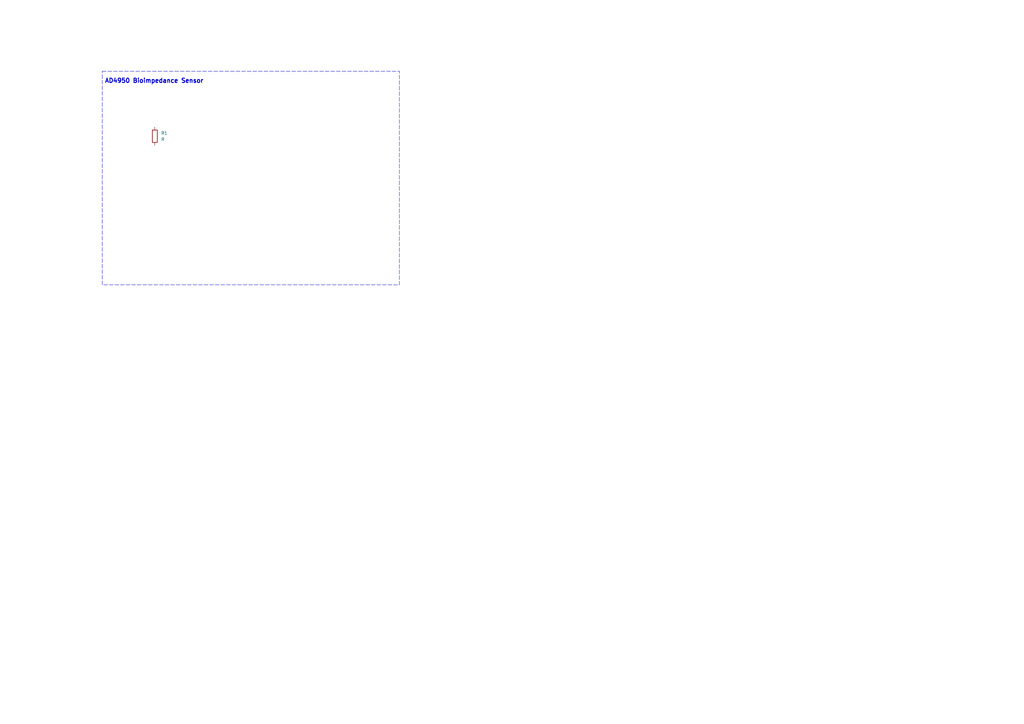
<source format=kicad_sch>
(kicad_sch (version 20250114) (generator "eeschema") (generator_version "9.0")
  (paper "A3")
  (title_block (title "Bioimpedance Wereable") (date "2026-01-22") (rev "A") (company "Luis Design"))
  (lib_symbols
    (symbol "Device:R" (pin_numbers (hide yes)) (pin_names (offset 0))
      (property "Reference" "R" (at 2.032 0 90))
      (property "Value" "R" (at 0 0 90))
      (symbol "R_0_1"
        (rectangle (start -1.016 -2.54) (end 1.016 2.54) (stroke (width 0.254)))
      )
      (symbol "R_1_1"
        (pin passive line (at 0 3.81 270) (length 1.27) (name "~") (number "1"))
        (pin passive line (at 0 -3.81 90) (length 1.27) (name "~") (number "2"))
      )
    )
  )
  (rectangle (start 41.91 29.21) (end 163.83 116.84) (stroke (width 0) (type dash)))
  (text "AD4950 Bioimpedance Sensor" (at 63.246 33.274 0) (effects (font (size 1.778 1.778) (thickness 0.3556) (bold yes))))
  (symbol (lib_id "Device:R") (at 63.5 55.88 0) (unit 1)
    (property "Reference" "R1" (at 66.04 54.6099 0) (effects (justify left)))
    (property "Value" "R" (at 66.04 57.1499 0) (effects (justify left)))
    (property "Description" "Resistor" (effects (hide yes)))
  )
)
</source>
